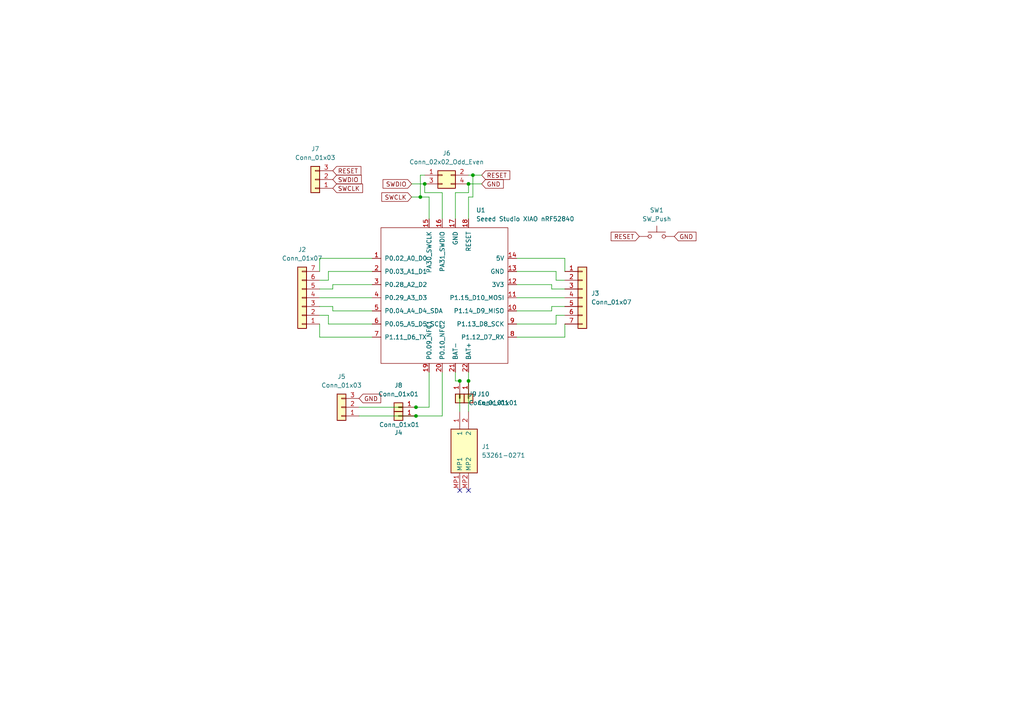
<source format=kicad_sch>
(kicad_sch (version 20231120) (generator "eeschema") (generator_version "8.0")
  (paper "A4")
  (lib_symbols
    (symbol "Connector_Generic:Conn_01x01" (pin_names (offset 1.016) hide)
      (property "Reference" "J" (at 0 2.54 0))
      (property "Value" "Conn_01x01" (at 0 -2.54 0))
      (symbol "Conn_01x01_1_1"
        (rectangle (start -1.27 0.127) (end 0 -0.127) (stroke (width 0.1524)))
        (rectangle (start -1.27 1.27) (end 1.27 -1.27) (stroke (width 0.254)) (fill (type background)))
        (pin passive line (at -5.08 0 0) (length 3.81) (name "Pin_1") (number "1"))
      )
    )
    (symbol "Connector_Generic:Conn_01x03" (pin_names (offset 1.016) hide)
      (property "Reference" "J" (at 0 5.08 0))
      (property "Value" "Conn_01x03" (at 0 -5.08 0))
      (symbol "Conn_01x03_1_1"
        (rectangle (start -1.27 -2.413) (end 0 -2.667) (stroke (width 0.1524)))
        (rectangle (start -1.27 0.127) (end 0 -0.127) (stroke (width 0.1524)))
        (rectangle (start -1.27 2.667) (end 0 2.413) (stroke (width 0.1524)))
        (rectangle (start -1.27 3.81) (end 1.27 -3.81) (stroke (width 0.254)) (fill (type background)))
        (pin passive line (at -5.08 2.54 0) (length 3.81) (name "Pin_1") (number "1"))
        (pin passive line (at -5.08 0 0) (length 3.81) (name "Pin_2") (number "2"))
        (pin passive line (at -5.08 -2.54 0) (length 3.81) (name "Pin_3") (number "3"))
      )
    )
    (symbol "Connector_Generic:Conn_01x07" (pin_names (offset 1.016) hide)
      (property "Reference" "J" (at 0 10.16 0))
      (property "Value" "Conn_01x07" (at 0 -10.16 0))
      (symbol "Conn_01x07_1_1"
        (rectangle (start -1.27 -7.493) (end 0 -7.747) (stroke (width 0.1524)))
        (rectangle (start -1.27 -4.953) (end 0 -5.207) (stroke (width 0.1524)))
        (rectangle (start -1.27 -2.413) (end 0 -2.667) (stroke (width 0.1524)))
        (rectangle (start -1.27 0.127) (end 0 -0.127) (stroke (width 0.1524)))
        (rectangle (start -1.27 2.667) (end 0 2.413) (stroke (width 0.1524)))
        (rectangle (start -1.27 5.207) (end 0 4.953) (stroke (width 0.1524)))
        (rectangle (start -1.27 7.747) (end 0 7.493) (stroke (width 0.1524)))
        (rectangle (start -1.27 8.89) (end 1.27 -8.89) (stroke (width 0.254)) (fill (type background)))
        (pin passive line (at -5.08 7.62 0) (length 3.81) (name "Pin_1") (number "1"))
        (pin passive line (at -5.08 5.08 0) (length 3.81) (name "Pin_2") (number "2"))
        (pin passive line (at -5.08 2.54 0) (length 3.81) (name "Pin_3") (number "3"))
        (pin passive line (at -5.08 0 0) (length 3.81) (name "Pin_4") (number "4"))
        (pin passive line (at -5.08 -2.54 0) (length 3.81) (name "Pin_5") (number "5"))
        (pin passive line (at -5.08 -5.08 0) (length 3.81) (name "Pin_6") (number "6"))
        (pin passive line (at -5.08 -7.62 0) (length 3.81) (name "Pin_7") (number "7"))
      )
    )
    (symbol "Connector_Generic:Conn_02x02_Odd_Even" (pin_names (offset 1.016) hide)
      (property "Reference" "J" (at 1.27 2.54 0))
      (property "Value" "Conn_02x02_Odd_Even" (at 1.27 -5.08 0))
      (symbol "Conn_02x02_Odd_Even_1_1"
        (rectangle (start -1.27 -2.413) (end 0 -2.667) (stroke (width 0.1524)))
        (rectangle (start -1.27 0.127) (end 0 -0.127) (stroke (width 0.1524)))
        (rectangle (start -1.27 1.27) (end 3.81 -3.81) (stroke (width 0.254)) (fill (type background)))
        (rectangle (start 3.81 -2.413) (end 2.54 -2.667) (stroke (width 0.1524)))
        (rectangle (start 3.81 0.127) (end 2.54 -0.127) (stroke (width 0.1524)))
        (pin passive line (at -5.08 0 0) (length 3.81) (name "Pin_1") (number "1"))
        (pin passive line (at 7.62 0 180) (length 3.81) (name "Pin_2") (number "2"))
        (pin passive line (at -5.08 -2.54 0) (length 3.81) (name "Pin_3") (number "3"))
        (pin passive line (at 7.62 -2.54 180) (length 3.81) (name "Pin_4") (number "4"))
      )
    )
    (symbol "Switch:SW_Push" (pin_numbers hide) (pin_names (offset 1.016) hide)
      (property "Reference" "SW" (at 1.27 2.54 0))
      (property "Value" "SW_Push" (at 0 -1.524 0))
      (symbol "SW_Push_0_1"
        (circle (center -2.032 0) (radius 0.508))
        (polyline (pts (xy 0 1.27) (xy 0 3.048)))
        (polyline (pts (xy 2.54 1.27) (xy -2.54 1.27)))
        (circle (center 2.032 0) (radius 0.508))
        (pin passive line (at -5.08 0 0) (length 2.54) (name "1") (number "1"))
        (pin passive line (at 5.08 0 180) (length 2.54) (name "2") (number "2"))
      )
    )
    (symbol "battery_connector:53261-0271"
      (property "Reference" "J" (at 19.05 7.62 0))
      (property "Value" "53261-0271" (at 19.05 5.08 0))
      (symbol "53261-0271_1_1"
        (rectangle (start 5.08 2.54) (end 17.78 -5.08) (stroke (width 0.254)) (fill (type background)))
        (pin passive line (at 0 -2.54 0) (length 5.08) (name "1") (number "1"))
        (pin passive line (at 0 0 0) (length 5.08) (name "2") (number "2"))
        (pin passive line (at 22.86 -2.54 180) (length 5.08) (name "MP1") (number "MP1"))
        (pin passive line (at 22.86 0 180) (length 5.08) (name "MP2") (number "MP2"))
      )
    )
    (symbol "xiao_nrf52840:Seeed Studio XIAO nRF52840" (pin_names (offset 1.016))
      (property "Reference" "U" (at -19.05 24.13 0))
      (property "Value" "Seeed Studio XIAO nRF52840" (at -5.08 21.59 0))
      (symbol "Seeed Studio XIAO nRF52840_0_1"
        (rectangle (start -19.05 20.32) (end 17.78 -19.05))
      )
      (symbol "Seeed Studio XIAO nRF52840_1_1"
        (pin bidirectional line (at -21.59 11.43 0) (length 2.54) (name "P0.02_A0_D0") (number "1"))
        (pin bidirectional line (at 20.32 -3.81 180) (length 2.54) (name "P1.14_D9_MISO") (number "10"))
        (pin bidirectional line (at 20.32 0 180) (length 2.54) (name "P1.15_D10_MOSI") (number "11"))
        (pin power_in line (at 20.32 3.81 180) (length 2.54) (name "3V3") (number "12"))
        (pin power_in line (at 20.32 7.62 180) (length 2.54) (name "GND") (number "13"))
        (pin power_in line (at 20.32 11.43 180) (length 2.54) (name "5V") (number "14"))
        (pin input line (at -5.08 22.86 270) (length 2.54) (name "PA30_SWCLK") (number "15"))
        (pin bidirectional line (at -1.27 22.86 270) (length 2.54) (name "PA31_SWDIO") (number "16"))
        (pin power_in line (at 2.54 22.86 270) (length 2.54) (name "GND") (number "17"))
        (pin input line (at 6.35 22.86 270) (length 2.54) (name "RESET") (number "18"))
        (pin bidirectional line (at -5.08 -21.59 90) (length 2.54) (name "P0.09_NFC1") (number "19"))
        (pin bidirectional line (at -21.59 7.62 0) (length 2.54) (name "P0.03_A1_D1") (number "2"))
        (pin bidirectional line (at -1.27 -21.59 90) (length 2.54) (name "P0.10_NFC2") (number "20"))
        (pin power_in line (at 2.54 -21.59 90) (length 2.54) (name "BAT-") (number "21"))
        (pin power_in line (at 6.35 -21.59 90) (length 2.54) (name "BAT+") (number "22"))
        (pin bidirectional line (at -21.59 3.81 0) (length 2.54) (name "P0.28_A2_D2") (number "3"))
        (pin bidirectional line (at -21.59 0 0) (length 2.54) (name "P0.29_A3_D3") (number "4"))
        (pin bidirectional line (at -21.59 -3.81 0) (length 2.54) (name "P0.04_A4_D4_SDA") (number "5"))
        (pin bidirectional line (at -21.59 -7.62 0) (length 2.54) (name "P0.05_A5_D5_SCL") (number "6"))
        (pin bidirectional line (at -21.59 -11.43 0) (length 2.54) (name "P1.11_D6_TX") (number "7"))
        (pin bidirectional line (at 20.32 -11.43 180) (length 2.54) (name "P1.12_D7_RX") (number "8"))
        (pin bidirectional line (at 20.32 -7.62 180) (length 2.54) (name "P1.13_D8_SCK") (number "9"))
      )
    )
  )
  (junction (at 133.35 110.49))
  (junction (at 120.65 118.11))
  (junction (at 120.65 120.65))
  (junction (at 123.19 53.34))
  (junction (at 135.89 110.49))
  (junction (at 135.89 53.34))
  (junction (at 137.16 50.8))
  (junction (at 121.92 57.15))
  (no_connect (at 133.35 142.24))
  (no_connect (at 135.89 142.24))
  (wire (pts (xy 104.14 118.11) (xy 120.65 118.11)))
  (wire (pts (xy 135.89 63.5) (xy 135.89 57.15)))
  (wire (pts (xy 128.27 55.88) (xy 123.19 55.88)))
  (wire (pts (xy 132.08 110.49) (xy 133.35 110.49)))
  (wire (pts (xy 135.89 53.34) (xy 139.7 53.34)))
  (wire (pts (xy 160.02 90.17) (xy 160.02 88.9)))
  (wire (pts (xy 161.29 91.44) (xy 163.83 91.44)))
  (wire (pts (xy 163.83 93.98) (xy 163.83 97.79)))
  (wire (pts (xy 124.46 63.5) (xy 124.46 57.15)))
  (wire (pts (xy 96.52 83.82) (xy 92.71 83.82)))
  (wire (pts (xy 132.08 63.5) (xy 132.08 55.88)))
  (wire (pts (xy 119.38 57.15) (xy 121.92 57.15)))
  (wire (pts (xy 120.65 120.65) (xy 128.27 120.65)))
  (wire (pts (xy 128.27 120.65) (xy 128.27 107.95)))
  (wire (pts (xy 120.65 118.11) (xy 124.46 118.11)))
  (wire (pts (xy 149.86 82.55) (xy 160.02 82.55)))
  (wire (pts (xy 137.16 57.15) (xy 137.16 50.8)))
  (wire (pts (xy 107.95 74.93) (xy 92.71 74.93)))
  (wire (pts (xy 135.89 107.95) (xy 135.89 110.49)))
  (wire (pts (xy 133.35 110.49) (xy 133.35 119.38)))
  (wire (pts (xy 149.86 74.93) (xy 163.83 74.93)))
  (wire (pts (xy 163.83 74.93) (xy 163.83 78.74)))
  (wire (pts (xy 149.86 90.17) (xy 160.02 90.17)))
  (wire (pts (xy 160.02 82.55) (xy 160.02 83.82)))
  (wire (pts (xy 128.27 63.5) (xy 128.27 55.88)))
  (wire (pts (xy 123.19 55.88) (xy 123.19 53.34)))
  (wire (pts (xy 107.95 97.79) (xy 92.71 97.79)))
  (wire (pts (xy 96.52 90.17) (xy 96.52 88.9)))
  (wire (pts (xy 96.52 82.55) (xy 96.52 83.82)))
  (wire (pts (xy 95.25 91.44) (xy 92.71 91.44)))
  (wire (pts (xy 107.95 78.74) (xy 95.25 78.74)))
  (wire (pts (xy 149.86 97.79) (xy 163.83 97.79)))
  (wire (pts (xy 137.16 50.8) (xy 139.7 50.8)))
  (wire (pts (xy 132.08 107.95) (xy 132.08 110.49)))
  (wire (pts (xy 96.52 88.9) (xy 92.71 88.9)))
  (wire (pts (xy 92.71 74.93) (xy 92.71 78.74)))
  (wire (pts (xy 95.25 81.28) (xy 92.71 81.28)))
  (wire (pts (xy 107.95 82.55) (xy 96.52 82.55)))
  (wire (pts (xy 149.86 93.98) (xy 161.29 93.98)))
  (wire (pts (xy 107.95 90.17) (xy 96.52 90.17)))
  (wire (pts (xy 160.02 83.82) (xy 163.83 83.82)))
  (wire (pts (xy 121.92 50.8) (xy 121.92 57.15)))
  (wire (pts (xy 149.86 86.36) (xy 163.83 86.36)))
  (wire (pts (xy 160.02 88.9) (xy 163.83 88.9)))
  (wire (pts (xy 124.46 107.95) (xy 124.46 118.11)))
  (wire (pts (xy 137.16 50.8) (xy 135.89 50.8)))
  (wire (pts (xy 95.25 78.74) (xy 95.25 81.28)))
  (wire (pts (xy 132.08 55.88) (xy 135.89 55.88)))
  (wire (pts (xy 149.86 78.74) (xy 161.29 78.74)))
  (wire (pts (xy 107.95 93.98) (xy 95.25 93.98)))
  (wire (pts (xy 161.29 78.74) (xy 161.29 81.28)))
  (wire (pts (xy 95.25 93.98) (xy 95.25 91.44)))
  (wire (pts (xy 161.29 93.98) (xy 161.29 91.44)))
  (wire (pts (xy 121.92 50.8) (xy 123.19 50.8)))
  (wire (pts (xy 92.71 97.79) (xy 92.71 93.98)))
  (wire (pts (xy 104.14 120.65) (xy 120.65 120.65)))
  (wire (pts (xy 119.38 53.34) (xy 123.19 53.34)))
  (wire (pts (xy 135.89 57.15) (xy 137.16 57.15)))
  (wire (pts (xy 161.29 81.28) (xy 163.83 81.28)))
  (wire (pts (xy 124.46 57.15) (xy 121.92 57.15)))
  (wire (pts (xy 135.89 53.34) (xy 135.89 55.88)))
  (wire (pts (xy 135.89 110.49) (xy 135.89 119.38)))
  (wire (pts (xy 92.71 86.36) (xy 107.95 86.36)))
  (global_label "RESET" (shape input) (at 139.7 50.8 0) (property "Intersheetrefs" "${INTERSHEET_REFS}" (effects (hide yes))))
  (global_label "GND" (shape input) (at 104.14 115.57 0) (property "Intersheetrefs" "${INTERSHEET_REFS}" (effects (hide yes))))
  (global_label "SWDIO" (shape input) (at 96.52 52.07 0) (property "Intersheetrefs" "${INTERSHEET_REFS}" (effects (hide yes))))
  (global_label "RESET" (shape input) (at 96.52 49.53 0) (property "Intersheetrefs" "${INTERSHEET_REFS}" (effects (hide yes))))
  (global_label "RESET" (shape input) (at 185.42 68.58 180) (property "Intersheetrefs" "${INTERSHEET_REFS}" (effects (hide yes))))
  (global_label "GND" (shape input) (at 195.58 68.58 0) (property "Intersheetrefs" "${INTERSHEET_REFS}" (effects (hide yes))))
  (global_label "SWDIO" (shape input) (at 119.38 53.34 180) (property "Intersheetrefs" "${INTERSHEET_REFS}" (effects (hide yes))))
  (global_label "GND" (shape input) (at 139.7 53.34 0) (property "Intersheetrefs" "${INTERSHEET_REFS}" (effects (hide yes))))
  (global_label "SWCLK" (shape input) (at 96.52 54.61 0) (property "Intersheetrefs" "${INTERSHEET_REFS}" (effects (hide yes))))
  (global_label "SWCLK" (shape input) (at 119.38 57.15 180) (property "Intersheetrefs" "${INTERSHEET_REFS}" (effects (hide yes))))
  (symbol (lib_id "Switch:SW_Push") (at 190.5 68.58 0) (unit 1)
    (property "Reference" "SW1" (at 190.5 60.96 0))
    (property "Value" "SW_Push" (at 190.5 63.5 0))
    (property "Footprint" "Button_Switch_THT:SW_PUSH_1P1T_6x3.5mm_H4.3_APEM_MJTP1243" (effects (hide yes)))
    (property "Description" "Push button switch, generic, two pins" (effects (hide yes)))
  )
  (symbol (lib_id "Connector_Generic:Conn_01x01") (at 115.57 118.11 180) (unit 1)
    (property "Reference" "J8" (at 115.57 111.76 0))
    (property "Value" "Conn_01x01" (at 115.57 114.3 0))
    (property "Footprint" "Connector_PinHeader_2.54mm:PinHeader_1x01_P2.54mm_Vertical" (effects (hide yes)))
    (property "Description" "Generic connector, single row, 01x01, script generated (kicad-library-utils/schlib/autogen/connector/)" (effects (hide yes)))
  )
  (symbol (lib_id "Connector_Generic:Conn_01x07") (at 87.63 86.36 180) (unit 1)
    (property "Reference" "J2" (at 87.63 72.39 0))
    (property "Value" "Conn_01x07" (at 87.63 74.93 0))
    (property "Footprint" "Connector_PinSocket_2.54mm:PinSocket_1x07_P2.54mm_Vertical" (effects (hide yes)))
    (property "Description" "Generic connector, single row, 01x07, script generated (kicad-library-utils/schlib/autogen/connector/)" (effects (hide yes)))
  )
  (symbol (lib_id "Connector_Generic:Conn_01x03") (at 99.06 118.11 180) (unit 1)
    (property "Reference" "J5" (at 99.06 109.22 0))
    (property "Value" "Conn_01x03" (at 99.06 111.76 0))
    (property "Footprint" "Connector_PinSocket_2.54mm:PinSocket_1x03_P2.54mm_Vertical" (effects (hide yes)))
    (property "Description" "Generic connector, single row, 01x03, script generated (kicad-library-utils/schlib/autogen/connector/)" (effects (hide yes)))
  )
  (symbol (lib_id "Connector_Generic:Conn_01x01") (at 135.89 115.57 270) (unit 1)
    (property "Reference" "J10" (at 138.43 114.2999 90) (effects (justify left)))
    (property "Value" "Conn_01x01" (at 138.43 116.8399 90) (effects (justify left)))
    (property "Footprint" "Connector_PinHeader_2.54mm:PinHeader_1x01_P2.54mm_Vertical" (effects (hide yes)))
    (property "Description" "Generic connector, single row, 01x01, script generated (kicad-library-utils/schlib/autogen/connector/)" (effects (hide yes)))
  )
  (symbol (lib_id "Connector_Generic:Conn_01x07") (at 168.91 86.36 0) (unit 1)
    (property "Reference" "J3" (at 171.45 85.0899 0) (effects (justify left)))
    (property "Value" "Conn_01x07" (at 171.45 87.6299 0) (effects (justify left)))
    (property "Footprint" "Connector_PinSocket_2.54mm:PinSocket_1x07_P2.54mm_Vertical" (effects (hide yes)))
    (property "Description" "Generic connector, single row, 01x07, script generated (kicad-library-utils/schlib/autogen/connector/)" (effects (hide yes)))
  )
  (symbol (lib_id "xiao_nrf52840:Seeed Studio XIAO nRF52840") (at 129.54 86.36 0) (unit 1)
    (property "Reference" "U1" (at 138.0841 60.96 0) (effects (justify left)))
    (property "Value" "Seeed Studio XIAO nRF52840" (at 138.0841 63.5 0) (effects (justify left)))
    (property "Footprint" "xiao_nrf52840:XIAO-nRF52840-Sense-14P-2.54-21X17.8MM" (effects (hide yes)))
  )
  (symbol (lib_id "Connector_Generic:Conn_01x01") (at 133.35 115.57 270) (unit 1)
    (property "Reference" "J9" (at 135.89 114.2999 90) (effects (justify left)))
    (property "Value" "Conn_01x01" (at 135.89 116.8399 90) (effects (justify left)))
    (property "Footprint" "Connector_PinHeader_2.54mm:PinHeader_1x01_P2.54mm_Vertical" (effects (hide yes)))
    (property "Description" "Generic connector, single row, 01x01, script generated (kicad-library-utils/schlib/autogen/connector/)" (effects (hide yes)))
  )
  (symbol (lib_id "Connector_Generic:Conn_02x02_Odd_Even") (at 128.27 50.8 0) (unit 1)
    (property "Reference" "J6" (at 129.54 44.45 0))
    (property "Value" "Conn_02x02_Odd_Even" (at 129.54 46.99 0))
    (property "Footprint" "Connector_PinHeader_2.54mm:PinHeader_2x02_P2.54mm_Vertical" (effects (hide yes)))
    (property "Description" "Generic connector, double row, 02x02, odd/even pin numbering scheme (row 1 odd numbers, row 2 even numbers), script generated (kicad-library-utils/schlib/autogen/connector/)" (effects (hide yes)))
  )
  (symbol (lib_id "Connector_Generic:Conn_01x01") (at 115.57 120.65 180) (unit 1)
    (property "Reference" "J4" (at 115.57 125.476 0))
    (property "Value" "Conn_01x01" (at 115.824 123.19 0))
    (property "Footprint" "Connector_PinHeader_2.54mm:PinHeader_1x01_P2.54mm_Vertical" (effects (hide yes)))
    (property "Description" "Generic connector, single row, 01x01, script generated (kicad-library-utils/schlib/autogen/connector/)" (effects (hide yes)))
  )
  (symbol (lib_id "battery_connector:53261-0271") (at 135.89 119.38 270) (unit 1)
    (property "Reference" "J1" (at 139.7 129.5399 90) (effects (justify left)))
    (property "Value" "53261-0271" (at 139.7 132.0799 90) (effects (justify left)))
    (property "Footprint" "532610271" (effects (hide yes)))
    (property "Datasheet" "https://www.molex.com/pdm_docs/sd/532610271_sd.pdf" (effects (hide yes)))
    (property "Description" "1.25mm Pitch, PicoBlade PCB Header, Single Row, Right-Angle, Surface Mount, Tin (Sn) Plating, Friction Lock,  Circuits, Tape and Reel" (effects (hide yes)))
    (property "Height" "3.65" (effects (hide yes)))
    (property "Manufacturer_Name" "Molex" (effects (hide yes)))
    (property "Manufacturer_Part_Number" "53261-0271" (effects (hide yes)))
    (property "Mouser Part Number" "538-53261-0271" (effects (hide yes)))
    (property "Mouser Price/Stock" "https://www.mouser.co.uk/ProductDetail/Molex/53261-0271?qs=%252B72YyncTwW%252B8%252BBjraxGf3A%3D%3D" (effects (hide yes)))
    (property "Arrow Part Number" "53261-0271" (effects (hide yes)))
    (property "Arrow Price/Stock" "https://www.arrow.com/en/products/53261-0271/molex?region=nac" (effects (hide yes)))
  )
  (symbol (lib_id "Connector_Generic:Conn_01x03") (at 91.44 52.07 180) (unit 1)
    (property "Reference" "J7" (at 91.44 43.18 0))
    (property "Value" "Conn_01x03" (at 91.44 45.72 0))
    (property "Footprint" "Connector_PinSocket_2.54mm:PinSocket_1x03_P2.54mm_Vertical" (effects (hide yes)))
    (property "Description" "Generic connector, single row, 01x03, script generated (kicad-library-utils/schlib/autogen/connector/)" (effects (hide yes)))
  )
)
</source>
